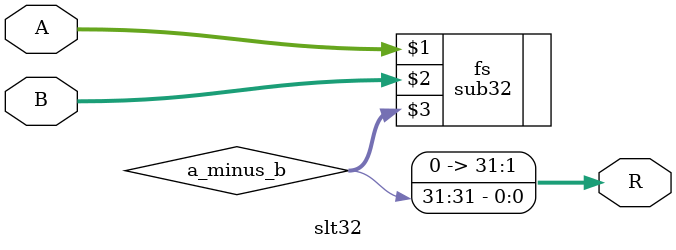
<source format=v>
module slt32(
	input [31:0]A,
	input [31:0]B,
	output[31:0]R
);

	wire [31:0]a_minus_b;
	
	sub32 fs(A,B,a_minus_b);
	
	and f31(R[31],1'b0,1'b0);
	and f30(R[30],1'b0,1'b0);
	and f29(R[29],1'b0,1'b0);
	and f28(R[28],1'b0,1'b0);
	and f27(R[27],1'b0,1'b0);
	and f26(R[26],1'b0,1'b0);
	and f25(R[25],1'b0,1'b0);
	and f24(R[24],1'b0,1'b0);
	and f23(R[23],1'b0,1'b0);
	and f22(R[22],1'b0,1'b0);
	and f21(R[21],1'b0,1'b0);
	and f20(R[20],1'b0,1'b0);
	and f19(R[19],1'b0,1'b0);
	and f18(R[18],1'b0,1'b0);
	and f17(R[17],1'b0,1'b0);
	and f16(R[16],1'b0,1'b0);
	and f15(R[15],1'b0,1'b0);
	and f14(R[14],1'b0,1'b0);
	and f13(R[13],1'b0,1'b0);
	and f12(R[12],1'b0,1'b0);
	and f11(R[11],1'b0,1'b0);
	and f10(R[10],1'b0,1'b0);
	and f9(R[9],1'b0,1'b0);
	and f8(R[8],1'b0,1'b0);
	and f7(R[7],1'b0,1'b0);
	and f6(R[6],1'b0,1'b0);
	and f5(R[5],1'b0,1'b0);
	and f4(R[4],1'b0,1'b0);
	and f3(R[3],1'b0,1'b0);
	and f2(R[2],1'b0,1'b0);
	and f1(R[1],1'b0,1'b0);
	or f0(R[0],a_minus_b[31],1'b0);
	
	
endmodule
</source>
